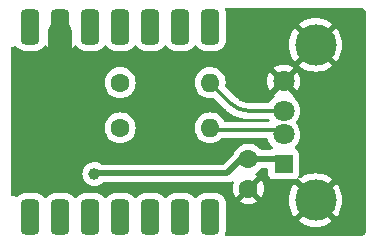
<source format=gtl>
G04 #@! TF.GenerationSoftware,KiCad,Pcbnew,(6.0.11)*
G04 #@! TF.CreationDate,2025-12-09T16:45:55+09:00*
G04 #@! TF.ProjectId,xiao_pio_usb2,7869616f-5f70-4696-9f5f-757362322e6b,rev?*
G04 #@! TF.SameCoordinates,Original*
G04 #@! TF.FileFunction,Copper,L1,Top*
G04 #@! TF.FilePolarity,Positive*
%FSLAX46Y46*%
G04 Gerber Fmt 4.6, Leading zero omitted, Abs format (unit mm)*
G04 Created by KiCad (PCBNEW (6.0.11)) date 2025-12-09 16:45:55*
%MOMM*%
%LPD*%
G01*
G04 APERTURE LIST*
G04 Aperture macros list*
%AMRoundRect*
0 Rectangle with rounded corners*
0 $1 Rounding radius*
0 $2 $3 $4 $5 $6 $7 $8 $9 X,Y pos of 4 corners*
0 Add a 4 corners polygon primitive as box body*
4,1,4,$2,$3,$4,$5,$6,$7,$8,$9,$2,$3,0*
0 Add four circle primitives for the rounded corners*
1,1,$1+$1,$2,$3*
1,1,$1+$1,$4,$5*
1,1,$1+$1,$6,$7*
1,1,$1+$1,$8,$9*
0 Add four rect primitives between the rounded corners*
20,1,$1+$1,$2,$3,$4,$5,0*
20,1,$1+$1,$4,$5,$6,$7,0*
20,1,$1+$1,$6,$7,$8,$9,0*
20,1,$1+$1,$8,$9,$2,$3,0*%
G04 Aperture macros list end*
G04 #@! TA.AperFunction,ComponentPad*
%ADD10O,1.600000X1.600000*%
G04 #@! TD*
G04 #@! TA.AperFunction,ComponentPad*
%ADD11C,1.600000*%
G04 #@! TD*
G04 #@! TA.AperFunction,ComponentPad*
%ADD12RoundRect,0.400000X0.400000X1.100000X-0.400000X1.100000X-0.400000X-1.100000X0.400000X-1.100000X0*%
G04 #@! TD*
G04 #@! TA.AperFunction,ComponentPad*
%ADD13RoundRect,0.400000X-0.400000X-1.100000X0.400000X-1.100000X0.400000X1.100000X-0.400000X1.100000X0*%
G04 #@! TD*
G04 #@! TA.AperFunction,ComponentPad*
%ADD14C,3.500000*%
G04 #@! TD*
G04 #@! TA.AperFunction,ComponentPad*
%ADD15C,1.800000*%
G04 #@! TD*
G04 #@! TA.AperFunction,ComponentPad*
%ADD16R,1.600000X1.600000*%
G04 #@! TD*
G04 #@! TA.AperFunction,ViaPad*
%ADD17C,1.000000*%
G04 #@! TD*
G04 #@! TA.AperFunction,ViaPad*
%ADD18C,0.800000*%
G04 #@! TD*
G04 #@! TA.AperFunction,Conductor*
%ADD19C,0.500000*%
G04 #@! TD*
G04 #@! TA.AperFunction,Conductor*
%ADD20C,2.000000*%
G04 #@! TD*
G04 #@! TA.AperFunction,Conductor*
%ADD21C,0.350000*%
G04 #@! TD*
G04 APERTURE END LIST*
D10*
X106450000Y-65878400D03*
D11*
X98830000Y-65878400D03*
D10*
X106450600Y-69698400D03*
D11*
X98830600Y-69698400D03*
D12*
X91220600Y-61178400D03*
X93760600Y-61178400D03*
X96300600Y-61178400D03*
X98840600Y-61178400D03*
X101380600Y-61178400D03*
X103920600Y-61178400D03*
X106460600Y-61178400D03*
D13*
X106460600Y-77218400D03*
X103920600Y-77218400D03*
X101380600Y-77218400D03*
X98840600Y-77218400D03*
X96300600Y-77218400D03*
X93760600Y-77218400D03*
X91220600Y-77218400D03*
D14*
X115374700Y-75824600D03*
X115374700Y-62684600D03*
D15*
X112664700Y-65754600D03*
X112664700Y-68254600D03*
X112664700Y-70254600D03*
D16*
X112664700Y-72754600D03*
D11*
X109690600Y-74848400D03*
X109690600Y-72348400D03*
D17*
X96640600Y-73608400D03*
D18*
X93760600Y-63318400D03*
D19*
X107890600Y-73568400D02*
X109080600Y-72378400D01*
X96640600Y-73608400D02*
X96680600Y-73568400D01*
X96680600Y-73568400D02*
X107890600Y-73568400D01*
X112258500Y-72348400D02*
X109990600Y-72348400D01*
X112664700Y-72754600D02*
X112258500Y-72348400D01*
D20*
X93760600Y-61578400D02*
X93760600Y-63318400D01*
D21*
X112288500Y-69878400D02*
X106450000Y-69878400D01*
X112664700Y-70254600D02*
X112288500Y-69878400D01*
X112664700Y-68254600D02*
X109654627Y-68254600D01*
X108240413Y-67668813D02*
X106450000Y-65878400D01*
X109654627Y-68254580D02*
G75*
G02*
X108240414Y-67668812I-27J1999980D01*
G01*
G04 #@! TA.AperFunction,Conductor*
G36*
X119126018Y-59528400D02*
G01*
X119140852Y-59530710D01*
X119140855Y-59530710D01*
X119149724Y-59532091D01*
X119158626Y-59530927D01*
X119158750Y-59530911D01*
X119189192Y-59530640D01*
X119202070Y-59532091D01*
X119251264Y-59537634D01*
X119278771Y-59543913D01*
X119355853Y-59570885D01*
X119381274Y-59583127D01*
X119450426Y-59626578D01*
X119472485Y-59644170D01*
X119530230Y-59701915D01*
X119547822Y-59723974D01*
X119591273Y-59793126D01*
X119603515Y-59818547D01*
X119630487Y-59895628D01*
X119636766Y-59923136D01*
X119643018Y-59978626D01*
X119642923Y-59994268D01*
X119643800Y-59994279D01*
X119643690Y-60003251D01*
X119642309Y-60012124D01*
X119643473Y-60021026D01*
X119643473Y-60021028D01*
X119646436Y-60043683D01*
X119647500Y-60060021D01*
X119647500Y-78329033D01*
X119646000Y-78348418D01*
X119642309Y-78372124D01*
X119643473Y-78381026D01*
X119643489Y-78381150D01*
X119643760Y-78411593D01*
X119636766Y-78473664D01*
X119630487Y-78501171D01*
X119603515Y-78578253D01*
X119591273Y-78603674D01*
X119547822Y-78672826D01*
X119530230Y-78694885D01*
X119472485Y-78752630D01*
X119450426Y-78770222D01*
X119381274Y-78813673D01*
X119355853Y-78825915D01*
X119278772Y-78852887D01*
X119251264Y-78859166D01*
X119195774Y-78865418D01*
X119180132Y-78865323D01*
X119180121Y-78866200D01*
X119171149Y-78866090D01*
X119162276Y-78864709D01*
X119153374Y-78865873D01*
X119153372Y-78865873D01*
X119142385Y-78867310D01*
X119130714Y-78868836D01*
X119114379Y-78869900D01*
X107804843Y-78869900D01*
X107736722Y-78849898D01*
X107690229Y-78796242D01*
X107680125Y-78725968D01*
X107692576Y-78686697D01*
X107693520Y-78684845D01*
X107713429Y-78645771D01*
X107730600Y-78581688D01*
X107761363Y-78466881D01*
X107761364Y-78466877D01*
X107762857Y-78461304D01*
X107766668Y-78412879D01*
X107768907Y-78384437D01*
X107768907Y-78384430D01*
X107769100Y-78381981D01*
X107769100Y-77593456D01*
X113971301Y-77593456D01*
X113977759Y-77602816D01*
X113994061Y-77617112D01*
X114000601Y-77622130D01*
X114239844Y-77781987D01*
X114246981Y-77786108D01*
X114505049Y-77913372D01*
X114512653Y-77916522D01*
X114785120Y-78009012D01*
X114793083Y-78011146D01*
X115075300Y-78067283D01*
X115083451Y-78068356D01*
X115370581Y-78087175D01*
X115378819Y-78087175D01*
X115665949Y-78068356D01*
X115674100Y-78067283D01*
X115956317Y-78011146D01*
X115964280Y-78009012D01*
X116236747Y-77916522D01*
X116244351Y-77913372D01*
X116502419Y-77786108D01*
X116509556Y-77781987D01*
X116748799Y-77622130D01*
X116755339Y-77617112D01*
X116769774Y-77604453D01*
X116778172Y-77591214D01*
X116772338Y-77581449D01*
X115387510Y-76196620D01*
X115373569Y-76189008D01*
X115371734Y-76189139D01*
X115365120Y-76193390D01*
X113978816Y-77579695D01*
X113971301Y-77593456D01*
X107769100Y-77593456D01*
X107769099Y-76054820D01*
X107762857Y-75975496D01*
X107751862Y-75934462D01*
X108969093Y-75934462D01*
X108978389Y-75946477D01*
X109029594Y-75982331D01*
X109039089Y-75987814D01*
X109236547Y-76079890D01*
X109246839Y-76083636D01*
X109457288Y-76140025D01*
X109468081Y-76141928D01*
X109685125Y-76160917D01*
X109696075Y-76160917D01*
X109913119Y-76141928D01*
X109923912Y-76140025D01*
X110134361Y-76083636D01*
X110144653Y-76079890D01*
X110342111Y-75987814D01*
X110351606Y-75982331D01*
X110403648Y-75945891D01*
X110412024Y-75935412D01*
X110404956Y-75921966D01*
X110311709Y-75828719D01*
X113112125Y-75828719D01*
X113130944Y-76115849D01*
X113132017Y-76124000D01*
X113188154Y-76406217D01*
X113190288Y-76414180D01*
X113282778Y-76686647D01*
X113285928Y-76694251D01*
X113413192Y-76952318D01*
X113417313Y-76959455D01*
X113577170Y-77198699D01*
X113582188Y-77205239D01*
X113594847Y-77219674D01*
X113608086Y-77228072D01*
X113617851Y-77222238D01*
X115002680Y-75837410D01*
X115009057Y-75825731D01*
X115739108Y-75825731D01*
X115739239Y-75827566D01*
X115743490Y-75834180D01*
X117129795Y-77220484D01*
X117143556Y-77227999D01*
X117152916Y-77221541D01*
X117167212Y-77205239D01*
X117172230Y-77198699D01*
X117332087Y-76959455D01*
X117336208Y-76952318D01*
X117463472Y-76694251D01*
X117466622Y-76686647D01*
X117559112Y-76414180D01*
X117561246Y-76406217D01*
X117617383Y-76124000D01*
X117618456Y-76115849D01*
X117637275Y-75828719D01*
X117637275Y-75820481D01*
X117618456Y-75533351D01*
X117617383Y-75525200D01*
X117561246Y-75242983D01*
X117559112Y-75235020D01*
X117466622Y-74962553D01*
X117463472Y-74954949D01*
X117336208Y-74696882D01*
X117332087Y-74689745D01*
X117172230Y-74450501D01*
X117167212Y-74443961D01*
X117154553Y-74429526D01*
X117141314Y-74421128D01*
X117131549Y-74426962D01*
X115746720Y-75811790D01*
X115739108Y-75825731D01*
X115009057Y-75825731D01*
X115010292Y-75823469D01*
X115010161Y-75821634D01*
X115005910Y-75815020D01*
X113619605Y-74428716D01*
X113605844Y-74421201D01*
X113596484Y-74427659D01*
X113582188Y-74443961D01*
X113577170Y-74450501D01*
X113417313Y-74689745D01*
X113413192Y-74696882D01*
X113285928Y-74954949D01*
X113282778Y-74962553D01*
X113190288Y-75235020D01*
X113188154Y-75242983D01*
X113132017Y-75525200D01*
X113130944Y-75533351D01*
X113112125Y-75820481D01*
X113112125Y-75828719D01*
X110311709Y-75828719D01*
X109703412Y-75220422D01*
X109689468Y-75212808D01*
X109687635Y-75212939D01*
X109681020Y-75217190D01*
X108975523Y-75922687D01*
X108969093Y-75934462D01*
X107751862Y-75934462D01*
X107723528Y-75828719D01*
X107715137Y-75797403D01*
X107715137Y-75797402D01*
X107713429Y-75791029D01*
X107626729Y-75620870D01*
X107622576Y-75615741D01*
X107622573Y-75615737D01*
X107510700Y-75477586D01*
X107506545Y-75472455D01*
X107501414Y-75468300D01*
X107363263Y-75356427D01*
X107363259Y-75356424D01*
X107358130Y-75352271D01*
X107352253Y-75349276D01*
X107352249Y-75349274D01*
X107193851Y-75268567D01*
X107187971Y-75265571D01*
X107181597Y-75263863D01*
X107009081Y-75217637D01*
X107009077Y-75217636D01*
X107003504Y-75216143D01*
X106993775Y-75215377D01*
X106926637Y-75210093D01*
X106926630Y-75210093D01*
X106924181Y-75209900D01*
X106460788Y-75209900D01*
X105997020Y-75209901D01*
X105947653Y-75213786D01*
X105923450Y-75215690D01*
X105923448Y-75215690D01*
X105917696Y-75216143D01*
X105733229Y-75265571D01*
X105727349Y-75268567D01*
X105568951Y-75349274D01*
X105568947Y-75349276D01*
X105563070Y-75352271D01*
X105557941Y-75356424D01*
X105557937Y-75356427D01*
X105419786Y-75468300D01*
X105414655Y-75472455D01*
X105410500Y-75477586D01*
X105298627Y-75615737D01*
X105298624Y-75615741D01*
X105294471Y-75620870D01*
X105294434Y-75620942D01*
X105242392Y-75665602D01*
X105172070Y-75675369D01*
X105107632Y-75645567D01*
X105087438Y-75622261D01*
X105086729Y-75620870D01*
X105082576Y-75615741D01*
X105082573Y-75615737D01*
X104970700Y-75477586D01*
X104966545Y-75472455D01*
X104961414Y-75468300D01*
X104823263Y-75356427D01*
X104823259Y-75356424D01*
X104818130Y-75352271D01*
X104812253Y-75349276D01*
X104812249Y-75349274D01*
X104653851Y-75268567D01*
X104647971Y-75265571D01*
X104641597Y-75263863D01*
X104469081Y-75217637D01*
X104469077Y-75217636D01*
X104463504Y-75216143D01*
X104453775Y-75215377D01*
X104386637Y-75210093D01*
X104386630Y-75210093D01*
X104384181Y-75209900D01*
X103920788Y-75209900D01*
X103457020Y-75209901D01*
X103407653Y-75213786D01*
X103383450Y-75215690D01*
X103383448Y-75215690D01*
X103377696Y-75216143D01*
X103193229Y-75265571D01*
X103187349Y-75268567D01*
X103028951Y-75349274D01*
X103028947Y-75349276D01*
X103023070Y-75352271D01*
X103017941Y-75356424D01*
X103017937Y-75356427D01*
X102879786Y-75468300D01*
X102874655Y-75472455D01*
X102870500Y-75477586D01*
X102758627Y-75615737D01*
X102758624Y-75615741D01*
X102754471Y-75620870D01*
X102754434Y-75620942D01*
X102702392Y-75665602D01*
X102632070Y-75675369D01*
X102567632Y-75645567D01*
X102547438Y-75622261D01*
X102546729Y-75620870D01*
X102542576Y-75615741D01*
X102542573Y-75615737D01*
X102430700Y-75477586D01*
X102426545Y-75472455D01*
X102421414Y-75468300D01*
X102283263Y-75356427D01*
X102283259Y-75356424D01*
X102278130Y-75352271D01*
X102272253Y-75349276D01*
X102272249Y-75349274D01*
X102113851Y-75268567D01*
X102107971Y-75265571D01*
X102101597Y-75263863D01*
X101929081Y-75217637D01*
X101929077Y-75217636D01*
X101923504Y-75216143D01*
X101913775Y-75215377D01*
X101846637Y-75210093D01*
X101846630Y-75210093D01*
X101844181Y-75209900D01*
X101380788Y-75209900D01*
X100917020Y-75209901D01*
X100867653Y-75213786D01*
X100843450Y-75215690D01*
X100843448Y-75215690D01*
X100837696Y-75216143D01*
X100653229Y-75265571D01*
X100647349Y-75268567D01*
X100488951Y-75349274D01*
X100488947Y-75349276D01*
X100483070Y-75352271D01*
X100477941Y-75356424D01*
X100477937Y-75356427D01*
X100339786Y-75468300D01*
X100334655Y-75472455D01*
X100330500Y-75477586D01*
X100218627Y-75615737D01*
X100218624Y-75615741D01*
X100214471Y-75620870D01*
X100214434Y-75620942D01*
X100162392Y-75665602D01*
X100092070Y-75675369D01*
X100027632Y-75645567D01*
X100007438Y-75622261D01*
X100006729Y-75620870D01*
X100002576Y-75615741D01*
X100002573Y-75615737D01*
X99890700Y-75477586D01*
X99886545Y-75472455D01*
X99881414Y-75468300D01*
X99743263Y-75356427D01*
X99743259Y-75356424D01*
X99738130Y-75352271D01*
X99732253Y-75349276D01*
X99732249Y-75349274D01*
X99573851Y-75268567D01*
X99567971Y-75265571D01*
X99561597Y-75263863D01*
X99389081Y-75217637D01*
X99389077Y-75217636D01*
X99383504Y-75216143D01*
X99373775Y-75215377D01*
X99306637Y-75210093D01*
X99306630Y-75210093D01*
X99304181Y-75209900D01*
X98840788Y-75209900D01*
X98377020Y-75209901D01*
X98327653Y-75213786D01*
X98303450Y-75215690D01*
X98303448Y-75215690D01*
X98297696Y-75216143D01*
X98113229Y-75265571D01*
X98107349Y-75268567D01*
X97948951Y-75349274D01*
X97948947Y-75349276D01*
X97943070Y-75352271D01*
X97937941Y-75356424D01*
X97937937Y-75356427D01*
X97799786Y-75468300D01*
X97794655Y-75472455D01*
X97790500Y-75477586D01*
X97678627Y-75615737D01*
X97678624Y-75615741D01*
X97674471Y-75620870D01*
X97674434Y-75620942D01*
X97622392Y-75665602D01*
X97552070Y-75675369D01*
X97487632Y-75645567D01*
X97467438Y-75622261D01*
X97466729Y-75620870D01*
X97462576Y-75615741D01*
X97462573Y-75615737D01*
X97350700Y-75477586D01*
X97346545Y-75472455D01*
X97341414Y-75468300D01*
X97203263Y-75356427D01*
X97203259Y-75356424D01*
X97198130Y-75352271D01*
X97192253Y-75349276D01*
X97192249Y-75349274D01*
X97033851Y-75268567D01*
X97027971Y-75265571D01*
X97021597Y-75263863D01*
X96849081Y-75217637D01*
X96849077Y-75217636D01*
X96843504Y-75216143D01*
X96833775Y-75215377D01*
X96766637Y-75210093D01*
X96766630Y-75210093D01*
X96764181Y-75209900D01*
X96300788Y-75209900D01*
X95837020Y-75209901D01*
X95787653Y-75213786D01*
X95763450Y-75215690D01*
X95763448Y-75215690D01*
X95757696Y-75216143D01*
X95573229Y-75265571D01*
X95567349Y-75268567D01*
X95408951Y-75349274D01*
X95408947Y-75349276D01*
X95403070Y-75352271D01*
X95397941Y-75356424D01*
X95397937Y-75356427D01*
X95259786Y-75468300D01*
X95254655Y-75472455D01*
X95250500Y-75477586D01*
X95138627Y-75615737D01*
X95138624Y-75615741D01*
X95134471Y-75620870D01*
X95134434Y-75620942D01*
X95082392Y-75665602D01*
X95012070Y-75675369D01*
X94947632Y-75645567D01*
X94927438Y-75622261D01*
X94926729Y-75620870D01*
X94922576Y-75615741D01*
X94922573Y-75615737D01*
X94810700Y-75477586D01*
X94806545Y-75472455D01*
X94801414Y-75468300D01*
X94663263Y-75356427D01*
X94663259Y-75356424D01*
X94658130Y-75352271D01*
X94652253Y-75349276D01*
X94652249Y-75349274D01*
X94493851Y-75268567D01*
X94487971Y-75265571D01*
X94481597Y-75263863D01*
X94309081Y-75217637D01*
X94309077Y-75217636D01*
X94303504Y-75216143D01*
X94293775Y-75215377D01*
X94226637Y-75210093D01*
X94226630Y-75210093D01*
X94224181Y-75209900D01*
X93760788Y-75209900D01*
X93297020Y-75209901D01*
X93247653Y-75213786D01*
X93223450Y-75215690D01*
X93223448Y-75215690D01*
X93217696Y-75216143D01*
X93033229Y-75265571D01*
X93027349Y-75268567D01*
X92868951Y-75349274D01*
X92868947Y-75349276D01*
X92863070Y-75352271D01*
X92857941Y-75356424D01*
X92857937Y-75356427D01*
X92719786Y-75468300D01*
X92714655Y-75472455D01*
X92710500Y-75477586D01*
X92598627Y-75615737D01*
X92598624Y-75615741D01*
X92594471Y-75620870D01*
X92594434Y-75620942D01*
X92542392Y-75665602D01*
X92472070Y-75675369D01*
X92407632Y-75645567D01*
X92387438Y-75622261D01*
X92386729Y-75620870D01*
X92382576Y-75615741D01*
X92382573Y-75615737D01*
X92270700Y-75477586D01*
X92266545Y-75472455D01*
X92261414Y-75468300D01*
X92123263Y-75356427D01*
X92123259Y-75356424D01*
X92118130Y-75352271D01*
X92112253Y-75349276D01*
X92112249Y-75349274D01*
X91953851Y-75268567D01*
X91947971Y-75265571D01*
X91941597Y-75263863D01*
X91769081Y-75217637D01*
X91769077Y-75217636D01*
X91763504Y-75216143D01*
X91753775Y-75215377D01*
X91686637Y-75210093D01*
X91686630Y-75210093D01*
X91684181Y-75209900D01*
X91220788Y-75209900D01*
X90757020Y-75209901D01*
X90707653Y-75213786D01*
X90683450Y-75215690D01*
X90683448Y-75215690D01*
X90677696Y-75216143D01*
X90493229Y-75265571D01*
X90487349Y-75268567D01*
X90328951Y-75349274D01*
X90328947Y-75349276D01*
X90323070Y-75352271D01*
X90317941Y-75356424D01*
X90317937Y-75356427D01*
X90179786Y-75468300D01*
X90174655Y-75472455D01*
X90170500Y-75477586D01*
X90140789Y-75514276D01*
X90082375Y-75554628D01*
X90011418Y-75556994D01*
X89967947Y-75531061D01*
X89965522Y-75534188D01*
X89940967Y-75515144D01*
X89940600Y-75508400D01*
X89710971Y-75500871D01*
X89643542Y-75478648D01*
X89598833Y-75423497D01*
X89589100Y-75374939D01*
X89589100Y-73594251D01*
X95627319Y-73594251D01*
X95627835Y-73600395D01*
X95638943Y-73732678D01*
X95643868Y-73791334D01*
X95646727Y-73801305D01*
X95693136Y-73963151D01*
X95698383Y-73981450D01*
X95788787Y-74157356D01*
X95911635Y-74312353D01*
X95916328Y-74316347D01*
X95916329Y-74316348D01*
X96048362Y-74428716D01*
X96062250Y-74440536D01*
X96234894Y-74537024D01*
X96422992Y-74598140D01*
X96619377Y-74621558D01*
X96625512Y-74621086D01*
X96625514Y-74621086D01*
X96810430Y-74606857D01*
X96810434Y-74606856D01*
X96816572Y-74606384D01*
X97007063Y-74553198D01*
X97012567Y-74550418D01*
X97012569Y-74550417D01*
X97178095Y-74466804D01*
X97178097Y-74466803D01*
X97183596Y-74464025D01*
X97324919Y-74353611D01*
X97390914Y-74327433D01*
X97402493Y-74326900D01*
X107823530Y-74326900D01*
X107842480Y-74328333D01*
X107856715Y-74330499D01*
X107856719Y-74330499D01*
X107863949Y-74331599D01*
X107871241Y-74331006D01*
X107871244Y-74331006D01*
X107916618Y-74327315D01*
X107926833Y-74326900D01*
X107934893Y-74326900D01*
X107948183Y-74325351D01*
X107963107Y-74323611D01*
X107967482Y-74323178D01*
X108032939Y-74317854D01*
X108032942Y-74317853D01*
X108040237Y-74317260D01*
X108047201Y-74315004D01*
X108053160Y-74313813D01*
X108059015Y-74312429D01*
X108066281Y-74311582D01*
X108134927Y-74286665D01*
X108139055Y-74285248D01*
X108201536Y-74265007D01*
X108201538Y-74265006D01*
X108208499Y-74262751D01*
X108214754Y-74258955D01*
X108220228Y-74256449D01*
X108225658Y-74253730D01*
X108232537Y-74251233D01*
X108284479Y-74217178D01*
X108352414Y-74196555D01*
X108420714Y-74215935D01*
X108467695Y-74269164D01*
X108478440Y-74339343D01*
X108467758Y-74375801D01*
X108459112Y-74394342D01*
X108455364Y-74404639D01*
X108398975Y-74615088D01*
X108397072Y-74625881D01*
X108378083Y-74842925D01*
X108378083Y-74853875D01*
X108397072Y-75070919D01*
X108398975Y-75081712D01*
X108455364Y-75292161D01*
X108459110Y-75302453D01*
X108551186Y-75499911D01*
X108556669Y-75509406D01*
X108593109Y-75561448D01*
X108603588Y-75569824D01*
X108617034Y-75562756D01*
X109330258Y-74849532D01*
X110055008Y-74849532D01*
X110055139Y-74851365D01*
X110059390Y-74857980D01*
X110764887Y-75563477D01*
X110776662Y-75569907D01*
X110788677Y-75560611D01*
X110824531Y-75509406D01*
X110830014Y-75499911D01*
X110922090Y-75302453D01*
X110925836Y-75292161D01*
X110982225Y-75081712D01*
X110984128Y-75070919D01*
X111003117Y-74853875D01*
X111003117Y-74842925D01*
X110984128Y-74625881D01*
X110982225Y-74615088D01*
X110925836Y-74404639D01*
X110922090Y-74394347D01*
X110830014Y-74196889D01*
X110824531Y-74187394D01*
X110788091Y-74135352D01*
X110777612Y-74126976D01*
X110764166Y-74134044D01*
X110062622Y-74835588D01*
X110055008Y-74849532D01*
X109330258Y-74849532D01*
X110405677Y-73774113D01*
X110412107Y-73762338D01*
X110402811Y-73750323D01*
X110351602Y-73714466D01*
X110340072Y-73707809D01*
X110291079Y-73656427D01*
X110277642Y-73586713D01*
X110304029Y-73520802D01*
X110340072Y-73489571D01*
X110342365Y-73488247D01*
X110347349Y-73485923D01*
X110481719Y-73391836D01*
X110530389Y-73357757D01*
X110530392Y-73357755D01*
X110534900Y-73354598D01*
X110696798Y-73192700D01*
X110719255Y-73160629D01*
X110774710Y-73116301D01*
X110822467Y-73106900D01*
X111230200Y-73106900D01*
X111298321Y-73126902D01*
X111344814Y-73180558D01*
X111356200Y-73232900D01*
X111356200Y-73602734D01*
X111362955Y-73664916D01*
X111414085Y-73801305D01*
X111501439Y-73917861D01*
X111617995Y-74005215D01*
X111754384Y-74056345D01*
X111816566Y-74063100D01*
X113512834Y-74063100D01*
X113575016Y-74056345D01*
X113711405Y-74005215D01*
X113769575Y-73961619D01*
X113836081Y-73936771D01*
X113905464Y-73951824D01*
X113955694Y-74001998D01*
X113969376Y-74054885D01*
X113977062Y-74067751D01*
X115361890Y-75452580D01*
X115375831Y-75460192D01*
X115377666Y-75460061D01*
X115384280Y-75455810D01*
X116770584Y-74069505D01*
X116778099Y-74055744D01*
X116771641Y-74046384D01*
X116755339Y-74032088D01*
X116748799Y-74027070D01*
X116509556Y-73867213D01*
X116502419Y-73863092D01*
X116244351Y-73735828D01*
X116236747Y-73732678D01*
X115964280Y-73640188D01*
X115956317Y-73638054D01*
X115674100Y-73581917D01*
X115665949Y-73580844D01*
X115378819Y-73562025D01*
X115370581Y-73562025D01*
X115083451Y-73580844D01*
X115075300Y-73581917D01*
X114793083Y-73638054D01*
X114785120Y-73640188D01*
X114512653Y-73732678D01*
X114505049Y-73735828D01*
X114246982Y-73863092D01*
X114239848Y-73867211D01*
X114096262Y-73963151D01*
X114028509Y-73984365D01*
X113960042Y-73965582D01*
X113912600Y-73912764D01*
X113901243Y-73842682D01*
X113914114Y-73802907D01*
X113915315Y-73801305D01*
X113966445Y-73664916D01*
X113973200Y-73602734D01*
X113973200Y-71906466D01*
X113966445Y-71844284D01*
X113915315Y-71707895D01*
X113827961Y-71591339D01*
X113711405Y-71503985D01*
X113702996Y-71500833D01*
X113702993Y-71500831D01*
X113673418Y-71489744D01*
X113616653Y-71447104D01*
X113591952Y-71380542D01*
X113607159Y-71311193D01*
X113628706Y-71282511D01*
X113741003Y-71170605D01*
X113876158Y-70982517D01*
X113923341Y-70887050D01*
X113976484Y-70779522D01*
X113976485Y-70779520D01*
X113978778Y-70774880D01*
X114046108Y-70553271D01*
X114076340Y-70323641D01*
X114078027Y-70254600D01*
X114068797Y-70142333D01*
X114059473Y-70028918D01*
X114059472Y-70028912D01*
X114059049Y-70023767D01*
X114002625Y-69799133D01*
X113958825Y-69698400D01*
X113912330Y-69591468D01*
X113912328Y-69591465D01*
X113910270Y-69586731D01*
X113784464Y-69392265D01*
X113738872Y-69342160D01*
X113707820Y-69278315D01*
X113716216Y-69207816D01*
X113736114Y-69175696D01*
X113737341Y-69174254D01*
X113741003Y-69170605D01*
X113876158Y-68982517D01*
X113895559Y-68943263D01*
X113976484Y-68779522D01*
X113976485Y-68779520D01*
X113978778Y-68774880D01*
X114046108Y-68553271D01*
X114076340Y-68323641D01*
X114078027Y-68254600D01*
X114070519Y-68163277D01*
X114059473Y-68028918D01*
X114059472Y-68028912D01*
X114059049Y-68023767D01*
X114002625Y-67799133D01*
X113910270Y-67586731D01*
X113784464Y-67392265D01*
X113628587Y-67220958D01*
X113624536Y-67217759D01*
X113624532Y-67217755D01*
X113472995Y-67098079D01*
X113431932Y-67040162D01*
X113428700Y-66969239D01*
X113451982Y-66921388D01*
X113458196Y-66913473D01*
X113451210Y-66900321D01*
X112677511Y-66126621D01*
X112663568Y-66119008D01*
X112661734Y-66119139D01*
X112655120Y-66123390D01*
X111874880Y-66903631D01*
X111868123Y-66916005D01*
X111876716Y-66927484D01*
X111901527Y-66994004D01*
X111886436Y-67063379D01*
X111851501Y-67103754D01*
X111730490Y-67194612D01*
X111726355Y-67197717D01*
X111566339Y-67365164D01*
X111563425Y-67369436D01*
X111563424Y-67369437D01*
X111463375Y-67516104D01*
X111408464Y-67561107D01*
X111359287Y-67571100D01*
X109707930Y-67571100D01*
X109691485Y-67570022D01*
X109669360Y-67567109D01*
X109669356Y-67567109D01*
X109661828Y-67566118D01*
X109641944Y-67568313D01*
X109619888Y-67568804D01*
X109505816Y-67561329D01*
X109491024Y-67560360D01*
X109474683Y-67558209D01*
X109321989Y-67527838D01*
X109306069Y-67523573D01*
X109158633Y-67473527D01*
X109143414Y-67467223D01*
X109003773Y-67398362D01*
X108989510Y-67390127D01*
X108860052Y-67303628D01*
X108846982Y-67293600D01*
X108755700Y-67213549D01*
X108738820Y-67195525D01*
X108736962Y-67193104D01*
X108732337Y-67187076D01*
X108702315Y-67163024D01*
X108692000Y-67153785D01*
X107774095Y-66235880D01*
X107740069Y-66173568D01*
X107741409Y-66117257D01*
X107741164Y-66117214D01*
X107741448Y-66115603D01*
X107741482Y-66114181D01*
X107742117Y-66111810D01*
X107742118Y-66111806D01*
X107743543Y-66106487D01*
X107763498Y-65878400D01*
X107750098Y-65725238D01*
X111252593Y-65725238D01*
X111265327Y-65946068D01*
X111266761Y-65956270D01*
X111315385Y-66172039D01*
X111318473Y-66181892D01*
X111401686Y-66386820D01*
X111406334Y-66396021D01*
X111494797Y-66540381D01*
X111505253Y-66549842D01*
X111514031Y-66546058D01*
X112292679Y-65767411D01*
X112299056Y-65755732D01*
X113029108Y-65755732D01*
X113029239Y-65757566D01*
X113033490Y-65764180D01*
X113811007Y-66541696D01*
X113823013Y-66548252D01*
X113834752Y-66539284D01*
X113872710Y-66486459D01*
X113878021Y-66477620D01*
X113976018Y-66279337D01*
X113979817Y-66269742D01*
X114044115Y-66058117D01*
X114046294Y-66048036D01*
X114075402Y-65826938D01*
X114075921Y-65820263D01*
X114077444Y-65757964D01*
X114077250Y-65751246D01*
X114058979Y-65529000D01*
X114057296Y-65518838D01*
X114003410Y-65304308D01*
X114000089Y-65294553D01*
X113911893Y-65091718D01*
X113907015Y-65082620D01*
X113833924Y-64969638D01*
X113823238Y-64960435D01*
X113813673Y-64964838D01*
X113036721Y-65741789D01*
X113029108Y-65755732D01*
X112299056Y-65755732D01*
X112300292Y-65753468D01*
X112300161Y-65751634D01*
X112295910Y-65745020D01*
X111518562Y-64967673D01*
X111507030Y-64961376D01*
X111494748Y-64970999D01*
X111439167Y-65052477D01*
X111434079Y-65061433D01*
X111340952Y-65262059D01*
X111337389Y-65271746D01*
X111278281Y-65484880D01*
X111276350Y-65495000D01*
X111252845Y-65714949D01*
X111252593Y-65725238D01*
X107750098Y-65725238D01*
X107743543Y-65650313D01*
X107684284Y-65429157D01*
X107681961Y-65424175D01*
X107589849Y-65226638D01*
X107589846Y-65226633D01*
X107587523Y-65221651D01*
X107456198Y-65034100D01*
X107294300Y-64872202D01*
X107289792Y-64869045D01*
X107289789Y-64869043D01*
X107157655Y-64776522D01*
X107106749Y-64740877D01*
X107101767Y-64738554D01*
X107101762Y-64738551D01*
X106904225Y-64646439D01*
X106904224Y-64646439D01*
X106899243Y-64644116D01*
X106893935Y-64642694D01*
X106893933Y-64642693D01*
X106717102Y-64595311D01*
X111870208Y-64595311D01*
X111876951Y-64607640D01*
X112651889Y-65382579D01*
X112665832Y-65390192D01*
X112667666Y-65390061D01*
X112674280Y-65385810D01*
X113453694Y-64606395D01*
X113460711Y-64593544D01*
X113452937Y-64582874D01*
X113450602Y-64581030D01*
X113442020Y-64575329D01*
X113248378Y-64468433D01*
X113238972Y-64464206D01*
X113208615Y-64453456D01*
X113971301Y-64453456D01*
X113977759Y-64462816D01*
X113994061Y-64477112D01*
X114000601Y-64482130D01*
X114239844Y-64641987D01*
X114246981Y-64646108D01*
X114505049Y-64773372D01*
X114512653Y-64776522D01*
X114785120Y-64869012D01*
X114793083Y-64871146D01*
X115075300Y-64927283D01*
X115083451Y-64928356D01*
X115370581Y-64947175D01*
X115378819Y-64947175D01*
X115665949Y-64928356D01*
X115674100Y-64927283D01*
X115956317Y-64871146D01*
X115964280Y-64869012D01*
X116236747Y-64776522D01*
X116244351Y-64773372D01*
X116502419Y-64646108D01*
X116509556Y-64641987D01*
X116748799Y-64482130D01*
X116755339Y-64477112D01*
X116769774Y-64464453D01*
X116778172Y-64451214D01*
X116772338Y-64441449D01*
X115387510Y-63056620D01*
X115373569Y-63049008D01*
X115371734Y-63049139D01*
X115365120Y-63053390D01*
X113978816Y-64439695D01*
X113971301Y-64453456D01*
X113208615Y-64453456D01*
X113030472Y-64390372D01*
X113020509Y-64387740D01*
X112802747Y-64348950D01*
X112792496Y-64347981D01*
X112571316Y-64345279D01*
X112561032Y-64345999D01*
X112342393Y-64379455D01*
X112332366Y-64381844D01*
X112122126Y-64450561D01*
X112112616Y-64454558D01*
X111916425Y-64556689D01*
X111907707Y-64562178D01*
X111878661Y-64583986D01*
X111870208Y-64595311D01*
X106717102Y-64595311D01*
X106683402Y-64586281D01*
X106683400Y-64586281D01*
X106678087Y-64584857D01*
X106450000Y-64564902D01*
X106221913Y-64584857D01*
X106216600Y-64586281D01*
X106216598Y-64586281D01*
X106006067Y-64642693D01*
X106006065Y-64642694D01*
X106000757Y-64644116D01*
X105995776Y-64646439D01*
X105995775Y-64646439D01*
X105798238Y-64738551D01*
X105798233Y-64738554D01*
X105793251Y-64740877D01*
X105742345Y-64776522D01*
X105610211Y-64869043D01*
X105610208Y-64869045D01*
X105605700Y-64872202D01*
X105443802Y-65034100D01*
X105312477Y-65221651D01*
X105310154Y-65226633D01*
X105310151Y-65226638D01*
X105218039Y-65424175D01*
X105215716Y-65429157D01*
X105156457Y-65650313D01*
X105136502Y-65878400D01*
X105156457Y-66106487D01*
X105157881Y-66111800D01*
X105157881Y-66111802D01*
X105177345Y-66184440D01*
X105215716Y-66327643D01*
X105218039Y-66332624D01*
X105218039Y-66332625D01*
X105310151Y-66530162D01*
X105310154Y-66530167D01*
X105312477Y-66535149D01*
X105443802Y-66722700D01*
X105605700Y-66884598D01*
X105610208Y-66887755D01*
X105610211Y-66887757D01*
X105658241Y-66921388D01*
X105793251Y-67015923D01*
X105798233Y-67018246D01*
X105798238Y-67018249D01*
X105895021Y-67063379D01*
X106000757Y-67112684D01*
X106006065Y-67114106D01*
X106006067Y-67114107D01*
X106216598Y-67170519D01*
X106216600Y-67170519D01*
X106221913Y-67171943D01*
X106450000Y-67191898D01*
X106678087Y-67171943D01*
X106683406Y-67170518D01*
X106683410Y-67170517D01*
X106685781Y-67169882D01*
X106686864Y-67169908D01*
X106688814Y-67169564D01*
X106688883Y-67169956D01*
X106756757Y-67171575D01*
X106807480Y-67202495D01*
X107716411Y-68111426D01*
X107728076Y-68124868D01*
X107740989Y-68142067D01*
X107740993Y-68142072D01*
X107743471Y-68145372D01*
X107746357Y-68148319D01*
X107746362Y-68148325D01*
X107750667Y-68152721D01*
X107753560Y-68155675D01*
X107760076Y-68160784D01*
X107766271Y-68165971D01*
X107978862Y-68355951D01*
X108019666Y-68384902D01*
X108221791Y-68528315D01*
X108221799Y-68528320D01*
X108224677Y-68530362D01*
X108488474Y-68676154D01*
X108491748Y-68677510D01*
X108763661Y-68790137D01*
X108763669Y-68790140D01*
X108766936Y-68791493D01*
X109056561Y-68874929D01*
X109060033Y-68875519D01*
X109060038Y-68875520D01*
X109215808Y-68901984D01*
X109353707Y-68925412D01*
X109471932Y-68932050D01*
X109617782Y-68940239D01*
X109628468Y-68941297D01*
X109630697Y-68941614D01*
X109640217Y-68942969D01*
X109644342Y-68943012D01*
X109647639Y-68943263D01*
X109648144Y-68943454D01*
X109650260Y-68943090D01*
X109650502Y-68943077D01*
X109654636Y-68943120D01*
X109688571Y-68939013D01*
X109703709Y-68938100D01*
X111360970Y-68938100D01*
X111429091Y-68958102D01*
X111468397Y-68998256D01*
X111471339Y-69003056D01*
X111489883Y-69071588D01*
X111468433Y-69139267D01*
X111413797Y-69184604D01*
X111363912Y-69194900D01*
X109657186Y-69194900D01*
X109652146Y-69193420D01*
X109638083Y-69194900D01*
X107739855Y-69194900D01*
X107671734Y-69174898D01*
X107625660Y-69122150D01*
X107610351Y-69089319D01*
X107588123Y-69041651D01*
X107506316Y-68924819D01*
X107459957Y-68858611D01*
X107459955Y-68858608D01*
X107456798Y-68854100D01*
X107294900Y-68692202D01*
X107290392Y-68689045D01*
X107290389Y-68689043D01*
X107212211Y-68634302D01*
X107107349Y-68560877D01*
X107102367Y-68558554D01*
X107102362Y-68558551D01*
X106904825Y-68466439D01*
X106904824Y-68466439D01*
X106899843Y-68464116D01*
X106894535Y-68462694D01*
X106894533Y-68462693D01*
X106684002Y-68406281D01*
X106684000Y-68406281D01*
X106678687Y-68404857D01*
X106450600Y-68384902D01*
X106222513Y-68404857D01*
X106217200Y-68406281D01*
X106217198Y-68406281D01*
X106006667Y-68462693D01*
X106006665Y-68462694D01*
X106001357Y-68464116D01*
X105996376Y-68466439D01*
X105996375Y-68466439D01*
X105798838Y-68558551D01*
X105798833Y-68558554D01*
X105793851Y-68560877D01*
X105688989Y-68634302D01*
X105610811Y-68689043D01*
X105610808Y-68689045D01*
X105606300Y-68692202D01*
X105444402Y-68854100D01*
X105441245Y-68858608D01*
X105441243Y-68858611D01*
X105394884Y-68924819D01*
X105313077Y-69041651D01*
X105310754Y-69046633D01*
X105310751Y-69046638D01*
X105252945Y-69170605D01*
X105216316Y-69249157D01*
X105157057Y-69470313D01*
X105137102Y-69698400D01*
X105157057Y-69926487D01*
X105158481Y-69931800D01*
X105158481Y-69931802D01*
X105184504Y-70028918D01*
X105216316Y-70147643D01*
X105218639Y-70152624D01*
X105218639Y-70152625D01*
X105310751Y-70350162D01*
X105310754Y-70350167D01*
X105313077Y-70355149D01*
X105444402Y-70542700D01*
X105606300Y-70704598D01*
X105610808Y-70707755D01*
X105610811Y-70707757D01*
X105688989Y-70762498D01*
X105793851Y-70835923D01*
X105798833Y-70838246D01*
X105798838Y-70838249D01*
X105923204Y-70896241D01*
X106001357Y-70932684D01*
X106006665Y-70934106D01*
X106006667Y-70934107D01*
X106217198Y-70990519D01*
X106217200Y-70990519D01*
X106222513Y-70991943D01*
X106450600Y-71011898D01*
X106678687Y-70991943D01*
X106684000Y-70990519D01*
X106684002Y-70990519D01*
X106894533Y-70934107D01*
X106894535Y-70934106D01*
X106899843Y-70932684D01*
X106977996Y-70896241D01*
X107102362Y-70838249D01*
X107102367Y-70838246D01*
X107107349Y-70835923D01*
X107212211Y-70762498D01*
X107290389Y-70707757D01*
X107290392Y-70707755D01*
X107294900Y-70704598D01*
X107400693Y-70598805D01*
X107463005Y-70564779D01*
X107489788Y-70561900D01*
X111189288Y-70561900D01*
X111257409Y-70581902D01*
X111303902Y-70635558D01*
X111312204Y-70660192D01*
X111316046Y-70677242D01*
X111317990Y-70682028D01*
X111317991Y-70682033D01*
X111381424Y-70838249D01*
X111403184Y-70891837D01*
X111524201Y-71089319D01*
X111675847Y-71264384D01*
X111689604Y-71275805D01*
X111729239Y-71334706D01*
X111730738Y-71405687D01*
X111693624Y-71466210D01*
X111653350Y-71490731D01*
X111617995Y-71503985D01*
X111575051Y-71536170D01*
X111536949Y-71564726D01*
X111470443Y-71589574D01*
X111461384Y-71589900D01*
X110822467Y-71589900D01*
X110754346Y-71569898D01*
X110719255Y-71536172D01*
X110696798Y-71504100D01*
X110534900Y-71342202D01*
X110530392Y-71339045D01*
X110530389Y-71339043D01*
X110418185Y-71260477D01*
X110347349Y-71210877D01*
X110342367Y-71208554D01*
X110342362Y-71208551D01*
X110144825Y-71116439D01*
X110144824Y-71116439D01*
X110139843Y-71114116D01*
X110134535Y-71112694D01*
X110134533Y-71112693D01*
X109924002Y-71056281D01*
X109924000Y-71056281D01*
X109918687Y-71054857D01*
X109690600Y-71034902D01*
X109462513Y-71054857D01*
X109457200Y-71056281D01*
X109457198Y-71056281D01*
X109246667Y-71112693D01*
X109246665Y-71112694D01*
X109241357Y-71114116D01*
X109236376Y-71116439D01*
X109236375Y-71116439D01*
X109038838Y-71208551D01*
X109038833Y-71208554D01*
X109033851Y-71210877D01*
X108963015Y-71260477D01*
X108850811Y-71339043D01*
X108850808Y-71339045D01*
X108846300Y-71342202D01*
X108684402Y-71504100D01*
X108553077Y-71691651D01*
X108550754Y-71696633D01*
X108550751Y-71696638D01*
X108478240Y-71852140D01*
X108456316Y-71899157D01*
X108453763Y-71908686D01*
X108421152Y-71965167D01*
X107613324Y-72772995D01*
X107551012Y-72807021D01*
X107524229Y-72809900D01*
X97302960Y-72809900D01*
X97234839Y-72789898D01*
X97222645Y-72780985D01*
X97219686Y-72778537D01*
X97207275Y-72768270D01*
X97033301Y-72674202D01*
X96844368Y-72615718D01*
X96838243Y-72615074D01*
X96838242Y-72615074D01*
X96653804Y-72595689D01*
X96653802Y-72595689D01*
X96647675Y-72595045D01*
X96565176Y-72602553D01*
X96456851Y-72612411D01*
X96456848Y-72612412D01*
X96450712Y-72612970D01*
X96444806Y-72614708D01*
X96444802Y-72614709D01*
X96339676Y-72645649D01*
X96260981Y-72668810D01*
X96255523Y-72671663D01*
X96255519Y-72671665D01*
X96164747Y-72719120D01*
X96085710Y-72760440D01*
X95931575Y-72884368D01*
X95804446Y-73035874D01*
X95801479Y-73041272D01*
X95801475Y-73041277D01*
X95765399Y-73106900D01*
X95709167Y-73209187D01*
X95649365Y-73397706D01*
X95648679Y-73403825D01*
X95628165Y-73586713D01*
X95627319Y-73594251D01*
X89589100Y-73594251D01*
X89589100Y-69698400D01*
X97517102Y-69698400D01*
X97537057Y-69926487D01*
X97538481Y-69931800D01*
X97538481Y-69931802D01*
X97564504Y-70028918D01*
X97596316Y-70147643D01*
X97598639Y-70152624D01*
X97598639Y-70152625D01*
X97690751Y-70350162D01*
X97690754Y-70350167D01*
X97693077Y-70355149D01*
X97824402Y-70542700D01*
X97986300Y-70704598D01*
X97990808Y-70707755D01*
X97990811Y-70707757D01*
X98068989Y-70762498D01*
X98173851Y-70835923D01*
X98178833Y-70838246D01*
X98178838Y-70838249D01*
X98303204Y-70896241D01*
X98381357Y-70932684D01*
X98386665Y-70934106D01*
X98386667Y-70934107D01*
X98597198Y-70990519D01*
X98597200Y-70990519D01*
X98602513Y-70991943D01*
X98830600Y-71011898D01*
X99058687Y-70991943D01*
X99064000Y-70990519D01*
X99064002Y-70990519D01*
X99274533Y-70934107D01*
X99274535Y-70934106D01*
X99279843Y-70932684D01*
X99357996Y-70896241D01*
X99482362Y-70838249D01*
X99482367Y-70838246D01*
X99487349Y-70835923D01*
X99592211Y-70762498D01*
X99670389Y-70707757D01*
X99670392Y-70707755D01*
X99674900Y-70704598D01*
X99836798Y-70542700D01*
X99968123Y-70355149D01*
X99970446Y-70350167D01*
X99970449Y-70350162D01*
X100062561Y-70152625D01*
X100062561Y-70152624D01*
X100064884Y-70147643D01*
X100096697Y-70028918D01*
X100122719Y-69931802D01*
X100122719Y-69931800D01*
X100124143Y-69926487D01*
X100144098Y-69698400D01*
X100124143Y-69470313D01*
X100064884Y-69249157D01*
X100028255Y-69170605D01*
X99970449Y-69046638D01*
X99970446Y-69046633D01*
X99968123Y-69041651D01*
X99886316Y-68924819D01*
X99839957Y-68858611D01*
X99839955Y-68858608D01*
X99836798Y-68854100D01*
X99674900Y-68692202D01*
X99670392Y-68689045D01*
X99670389Y-68689043D01*
X99592211Y-68634302D01*
X99487349Y-68560877D01*
X99482367Y-68558554D01*
X99482362Y-68558551D01*
X99284825Y-68466439D01*
X99284824Y-68466439D01*
X99279843Y-68464116D01*
X99274535Y-68462694D01*
X99274533Y-68462693D01*
X99064002Y-68406281D01*
X99064000Y-68406281D01*
X99058687Y-68404857D01*
X98830600Y-68384902D01*
X98602513Y-68404857D01*
X98597200Y-68406281D01*
X98597198Y-68406281D01*
X98386667Y-68462693D01*
X98386665Y-68462694D01*
X98381357Y-68464116D01*
X98376376Y-68466439D01*
X98376375Y-68466439D01*
X98178838Y-68558551D01*
X98178833Y-68558554D01*
X98173851Y-68560877D01*
X98068989Y-68634302D01*
X97990811Y-68689043D01*
X97990808Y-68689045D01*
X97986300Y-68692202D01*
X97824402Y-68854100D01*
X97821245Y-68858608D01*
X97821243Y-68858611D01*
X97774884Y-68924819D01*
X97693077Y-69041651D01*
X97690754Y-69046633D01*
X97690751Y-69046638D01*
X97632945Y-69170605D01*
X97596316Y-69249157D01*
X97537057Y-69470313D01*
X97517102Y-69698400D01*
X89589100Y-69698400D01*
X89589100Y-65878400D01*
X97516502Y-65878400D01*
X97536457Y-66106487D01*
X97537881Y-66111800D01*
X97537881Y-66111802D01*
X97557345Y-66184440D01*
X97595716Y-66327643D01*
X97598039Y-66332624D01*
X97598039Y-66332625D01*
X97690151Y-66530162D01*
X97690154Y-66530167D01*
X97692477Y-66535149D01*
X97823802Y-66722700D01*
X97985700Y-66884598D01*
X97990208Y-66887755D01*
X97990211Y-66887757D01*
X98038241Y-66921388D01*
X98173251Y-67015923D01*
X98178233Y-67018246D01*
X98178238Y-67018249D01*
X98275021Y-67063379D01*
X98380757Y-67112684D01*
X98386065Y-67114106D01*
X98386067Y-67114107D01*
X98596598Y-67170519D01*
X98596600Y-67170519D01*
X98601913Y-67171943D01*
X98830000Y-67191898D01*
X99058087Y-67171943D01*
X99063400Y-67170519D01*
X99063402Y-67170519D01*
X99273933Y-67114107D01*
X99273935Y-67114106D01*
X99279243Y-67112684D01*
X99384979Y-67063379D01*
X99481762Y-67018249D01*
X99481767Y-67018246D01*
X99486749Y-67015923D01*
X99621759Y-66921388D01*
X99669789Y-66887757D01*
X99669792Y-66887755D01*
X99674300Y-66884598D01*
X99836198Y-66722700D01*
X99967523Y-66535149D01*
X99969846Y-66530167D01*
X99969849Y-66530162D01*
X100061961Y-66332625D01*
X100061961Y-66332624D01*
X100064284Y-66327643D01*
X100102656Y-66184440D01*
X100122119Y-66111802D01*
X100122119Y-66111800D01*
X100123543Y-66106487D01*
X100143498Y-65878400D01*
X100123543Y-65650313D01*
X100064284Y-65429157D01*
X100061961Y-65424175D01*
X99969849Y-65226638D01*
X99969846Y-65226633D01*
X99967523Y-65221651D01*
X99836198Y-65034100D01*
X99674300Y-64872202D01*
X99669792Y-64869045D01*
X99669789Y-64869043D01*
X99537655Y-64776522D01*
X99486749Y-64740877D01*
X99481767Y-64738554D01*
X99481762Y-64738551D01*
X99284225Y-64646439D01*
X99284224Y-64646439D01*
X99279243Y-64644116D01*
X99273935Y-64642694D01*
X99273933Y-64642693D01*
X99063402Y-64586281D01*
X99063400Y-64586281D01*
X99058087Y-64584857D01*
X98830000Y-64564902D01*
X98601913Y-64584857D01*
X98596600Y-64586281D01*
X98596598Y-64586281D01*
X98386067Y-64642693D01*
X98386065Y-64642694D01*
X98380757Y-64644116D01*
X98375776Y-64646439D01*
X98375775Y-64646439D01*
X98178238Y-64738551D01*
X98178233Y-64738554D01*
X98173251Y-64740877D01*
X98122345Y-64776522D01*
X97990211Y-64869043D01*
X97990208Y-64869045D01*
X97985700Y-64872202D01*
X97823802Y-65034100D01*
X97692477Y-65221651D01*
X97690154Y-65226633D01*
X97690151Y-65226638D01*
X97598039Y-65424175D01*
X97595716Y-65429157D01*
X97536457Y-65650313D01*
X97516502Y-65878400D01*
X89589100Y-65878400D01*
X89589100Y-62949023D01*
X89609102Y-62880902D01*
X89662758Y-62834409D01*
X89708886Y-62823176D01*
X90014089Y-62808105D01*
X90083113Y-62824723D01*
X90118223Y-62854657D01*
X90174655Y-62924345D01*
X90179786Y-62928500D01*
X90317937Y-63040373D01*
X90317941Y-63040376D01*
X90323070Y-63044529D01*
X90328947Y-63047524D01*
X90328951Y-63047526D01*
X90486430Y-63127765D01*
X90493229Y-63131229D01*
X90499602Y-63132937D01*
X90499603Y-63132937D01*
X90672119Y-63179163D01*
X90672123Y-63179164D01*
X90677696Y-63180657D01*
X90683452Y-63181110D01*
X90754563Y-63186707D01*
X90754570Y-63186707D01*
X90757019Y-63186900D01*
X91220412Y-63186900D01*
X91684180Y-63186899D01*
X91733547Y-63183014D01*
X91757750Y-63181110D01*
X91757752Y-63181110D01*
X91763504Y-63180657D01*
X91947971Y-63131229D01*
X91954770Y-63127765D01*
X92112249Y-63047526D01*
X92112253Y-63047524D01*
X92118130Y-63044529D01*
X92123259Y-63040376D01*
X92123263Y-63040373D01*
X92261414Y-62928500D01*
X92266545Y-62924345D01*
X92386729Y-62775930D01*
X92386950Y-62775496D01*
X92439104Y-62730738D01*
X92509425Y-62720969D01*
X92573864Y-62750770D01*
X92596569Y-62776972D01*
X92599048Y-62780790D01*
X92710855Y-62918859D01*
X92720141Y-62928145D01*
X92858210Y-63039952D01*
X92869225Y-63047105D01*
X93027530Y-63127765D01*
X93039783Y-63132469D01*
X93212197Y-63178667D01*
X93223531Y-63180614D01*
X93294590Y-63186207D01*
X93299515Y-63186400D01*
X93488485Y-63186400D01*
X93503724Y-63181925D01*
X93504929Y-63180535D01*
X93506600Y-63172852D01*
X93506600Y-61050400D01*
X93526602Y-60982279D01*
X93580258Y-60935786D01*
X93632600Y-60924400D01*
X93888600Y-60924400D01*
X93956721Y-60944402D01*
X94003214Y-60998058D01*
X94014600Y-61050400D01*
X94014600Y-63168285D01*
X94019075Y-63183524D01*
X94020465Y-63184729D01*
X94028148Y-63186400D01*
X94221685Y-63186400D01*
X94226610Y-63186207D01*
X94297669Y-63180614D01*
X94309003Y-63178667D01*
X94481417Y-63132469D01*
X94493670Y-63127765D01*
X94651975Y-63047105D01*
X94662990Y-63039952D01*
X94801059Y-62928145D01*
X94810345Y-62918859D01*
X94922152Y-62780790D01*
X94924631Y-62776972D01*
X94978508Y-62730737D01*
X95048830Y-62720970D01*
X95113269Y-62750772D01*
X95133619Y-62774259D01*
X95134471Y-62775930D01*
X95254655Y-62924345D01*
X95259786Y-62928500D01*
X95397937Y-63040373D01*
X95397941Y-63040376D01*
X95403070Y-63044529D01*
X95408947Y-63047524D01*
X95408951Y-63047526D01*
X95566430Y-63127765D01*
X95573229Y-63131229D01*
X95579602Y-63132937D01*
X95579603Y-63132937D01*
X95752119Y-63179163D01*
X95752123Y-63179164D01*
X95757696Y-63180657D01*
X95763452Y-63181110D01*
X95834563Y-63186707D01*
X95834570Y-63186707D01*
X95837019Y-63186900D01*
X96300412Y-63186900D01*
X96764180Y-63186899D01*
X96813547Y-63183014D01*
X96837750Y-63181110D01*
X96837752Y-63181110D01*
X96843504Y-63180657D01*
X97027971Y-63131229D01*
X97034770Y-63127765D01*
X97192249Y-63047526D01*
X97192253Y-63047524D01*
X97198130Y-63044529D01*
X97203259Y-63040376D01*
X97203263Y-63040373D01*
X97341414Y-62928500D01*
X97346545Y-62924345D01*
X97350987Y-62918859D01*
X97462573Y-62781063D01*
X97462576Y-62781059D01*
X97466729Y-62775930D01*
X97466766Y-62775858D01*
X97518808Y-62731198D01*
X97589130Y-62721431D01*
X97653568Y-62751233D01*
X97673762Y-62774539D01*
X97674471Y-62775930D01*
X97678624Y-62781059D01*
X97678627Y-62781063D01*
X97790213Y-62918859D01*
X97794655Y-62924345D01*
X97799786Y-62928500D01*
X97937937Y-63040373D01*
X97937941Y-63040376D01*
X97943070Y-63044529D01*
X97948947Y-63047524D01*
X97948951Y-63047526D01*
X98106430Y-63127765D01*
X98113229Y-63131229D01*
X98119602Y-63132937D01*
X98119603Y-63132937D01*
X98292119Y-63179163D01*
X98292123Y-63179164D01*
X98297696Y-63180657D01*
X98303452Y-63181110D01*
X98374563Y-63186707D01*
X98374570Y-63186707D01*
X98377019Y-63186900D01*
X98840412Y-63186900D01*
X99304180Y-63186899D01*
X99353547Y-63183014D01*
X99377750Y-63181110D01*
X99377752Y-63181110D01*
X99383504Y-63180657D01*
X99567971Y-63131229D01*
X99574770Y-63127765D01*
X99732249Y-63047526D01*
X99732253Y-63047524D01*
X99738130Y-63044529D01*
X99743259Y-63040376D01*
X99743263Y-63040373D01*
X99881414Y-62928500D01*
X99886545Y-62924345D01*
X99890987Y-62918859D01*
X100002573Y-62781063D01*
X100002576Y-62781059D01*
X100006729Y-62775930D01*
X100006766Y-62775858D01*
X100058808Y-62731198D01*
X100129130Y-62721431D01*
X100193568Y-62751233D01*
X100213762Y-62774539D01*
X100214471Y-62775930D01*
X100218624Y-62781059D01*
X100218627Y-62781063D01*
X100330213Y-62918859D01*
X100334655Y-62924345D01*
X100339786Y-62928500D01*
X100477937Y-63040373D01*
X100477941Y-63040376D01*
X100483070Y-63044529D01*
X100488947Y-63047524D01*
X100488951Y-63047526D01*
X100646430Y-63127765D01*
X100653229Y-63131229D01*
X100659602Y-63132937D01*
X100659603Y-63132937D01*
X100832119Y-63179163D01*
X100832123Y-63179164D01*
X100837696Y-63180657D01*
X100843452Y-63181110D01*
X100914563Y-63186707D01*
X100914570Y-63186707D01*
X100917019Y-63186900D01*
X101380412Y-63186900D01*
X101844180Y-63186899D01*
X101893547Y-63183014D01*
X101917750Y-63181110D01*
X101917752Y-63181110D01*
X101923504Y-63180657D01*
X102107971Y-63131229D01*
X102114770Y-63127765D01*
X102272249Y-63047526D01*
X102272253Y-63047524D01*
X102278130Y-63044529D01*
X102283259Y-63040376D01*
X102283263Y-63040373D01*
X102421414Y-62928500D01*
X102426545Y-62924345D01*
X102430987Y-62918859D01*
X102542573Y-62781063D01*
X102542576Y-62781059D01*
X102546729Y-62775930D01*
X102546766Y-62775858D01*
X102598808Y-62731198D01*
X102669130Y-62721431D01*
X102733568Y-62751233D01*
X102753762Y-62774539D01*
X102754471Y-62775930D01*
X102758624Y-62781059D01*
X102758627Y-62781063D01*
X102870213Y-62918859D01*
X102874655Y-62924345D01*
X102879786Y-62928500D01*
X103017937Y-63040373D01*
X103017941Y-63040376D01*
X103023070Y-63044529D01*
X103028947Y-63047524D01*
X103028951Y-63047526D01*
X103186430Y-63127765D01*
X103193229Y-63131229D01*
X103199602Y-63132937D01*
X103199603Y-63132937D01*
X103372119Y-63179163D01*
X103372123Y-63179164D01*
X103377696Y-63180657D01*
X103383452Y-63181110D01*
X103454563Y-63186707D01*
X103454570Y-63186707D01*
X103457019Y-63186900D01*
X103920412Y-63186900D01*
X104384180Y-63186899D01*
X104433547Y-63183014D01*
X104457750Y-63181110D01*
X104457752Y-63181110D01*
X104463504Y-63180657D01*
X104647971Y-63131229D01*
X104654770Y-63127765D01*
X104812249Y-63047526D01*
X104812253Y-63047524D01*
X104818130Y-63044529D01*
X104823259Y-63040376D01*
X104823263Y-63040373D01*
X104961414Y-62928500D01*
X104966545Y-62924345D01*
X104970987Y-62918859D01*
X105082573Y-62781063D01*
X105082576Y-62781059D01*
X105086729Y-62775930D01*
X105086766Y-62775858D01*
X105138808Y-62731198D01*
X105209130Y-62721431D01*
X105273568Y-62751233D01*
X105293762Y-62774539D01*
X105294471Y-62775930D01*
X105298624Y-62781059D01*
X105298627Y-62781063D01*
X105410213Y-62918859D01*
X105414655Y-62924345D01*
X105419786Y-62928500D01*
X105557937Y-63040373D01*
X105557941Y-63040376D01*
X105563070Y-63044529D01*
X105568947Y-63047524D01*
X105568951Y-63047526D01*
X105726430Y-63127765D01*
X105733229Y-63131229D01*
X105739602Y-63132937D01*
X105739603Y-63132937D01*
X105912119Y-63179163D01*
X105912123Y-63179164D01*
X105917696Y-63180657D01*
X105923452Y-63181110D01*
X105994563Y-63186707D01*
X105994570Y-63186707D01*
X105997019Y-63186900D01*
X106460412Y-63186900D01*
X106924180Y-63186899D01*
X106973547Y-63183014D01*
X106997750Y-63181110D01*
X106997752Y-63181110D01*
X107003504Y-63180657D01*
X107187971Y-63131229D01*
X107194770Y-63127765D01*
X107352249Y-63047526D01*
X107352253Y-63047524D01*
X107358130Y-63044529D01*
X107363259Y-63040376D01*
X107363263Y-63040373D01*
X107501414Y-62928500D01*
X107506545Y-62924345D01*
X107510987Y-62918859D01*
X107622573Y-62781063D01*
X107622576Y-62781059D01*
X107626729Y-62775930D01*
X107649756Y-62730738D01*
X107671165Y-62688719D01*
X113112125Y-62688719D01*
X113130944Y-62975849D01*
X113132017Y-62984000D01*
X113188154Y-63266217D01*
X113190288Y-63274180D01*
X113282778Y-63546647D01*
X113285928Y-63554251D01*
X113413192Y-63812318D01*
X113417313Y-63819455D01*
X113577170Y-64058699D01*
X113582188Y-64065239D01*
X113594847Y-64079674D01*
X113608086Y-64088072D01*
X113617851Y-64082238D01*
X115002680Y-62697410D01*
X115009057Y-62685731D01*
X115739108Y-62685731D01*
X115739239Y-62687566D01*
X115743490Y-62694180D01*
X117129795Y-64080484D01*
X117143556Y-64087999D01*
X117152916Y-64081541D01*
X117167212Y-64065239D01*
X117172230Y-64058699D01*
X117332087Y-63819455D01*
X117336208Y-63812318D01*
X117463472Y-63554251D01*
X117466622Y-63546647D01*
X117559112Y-63274180D01*
X117561246Y-63266217D01*
X117617383Y-62984000D01*
X117618456Y-62975849D01*
X117637275Y-62688719D01*
X117637275Y-62680481D01*
X117618456Y-62393351D01*
X117617383Y-62385200D01*
X117561246Y-62102983D01*
X117559112Y-62095020D01*
X117466622Y-61822553D01*
X117463472Y-61814949D01*
X117336208Y-61556882D01*
X117332087Y-61549745D01*
X117172230Y-61310501D01*
X117167212Y-61303961D01*
X117154553Y-61289526D01*
X117141314Y-61281128D01*
X117131549Y-61286962D01*
X115746720Y-62671790D01*
X115739108Y-62685731D01*
X115009057Y-62685731D01*
X115010292Y-62683469D01*
X115010161Y-62681634D01*
X115005910Y-62675020D01*
X113619605Y-61288716D01*
X113605844Y-61281201D01*
X113596484Y-61287659D01*
X113582188Y-61303961D01*
X113577170Y-61310501D01*
X113417313Y-61549745D01*
X113413192Y-61556882D01*
X113285928Y-61814949D01*
X113282778Y-61822553D01*
X113190288Y-62095020D01*
X113188154Y-62102983D01*
X113132017Y-62385200D01*
X113130944Y-62393351D01*
X113112125Y-62680481D01*
X113112125Y-62688719D01*
X107671165Y-62688719D01*
X107710433Y-62611651D01*
X107713429Y-62605771D01*
X107762857Y-62421304D01*
X107769100Y-62341981D01*
X107769099Y-60917986D01*
X113971228Y-60917986D01*
X113977062Y-60927751D01*
X115361890Y-62312580D01*
X115375831Y-62320192D01*
X115377666Y-62320061D01*
X115384280Y-62315810D01*
X116770584Y-60929505D01*
X116778099Y-60915744D01*
X116771641Y-60906384D01*
X116755339Y-60892088D01*
X116748799Y-60887070D01*
X116509556Y-60727213D01*
X116502419Y-60723092D01*
X116244351Y-60595828D01*
X116236747Y-60592678D01*
X115964280Y-60500188D01*
X115956317Y-60498054D01*
X115674100Y-60441917D01*
X115665949Y-60440844D01*
X115378819Y-60422025D01*
X115370581Y-60422025D01*
X115083451Y-60440844D01*
X115075300Y-60441917D01*
X114793083Y-60498054D01*
X114785120Y-60500188D01*
X114512653Y-60592678D01*
X114505049Y-60595828D01*
X114246982Y-60723092D01*
X114239845Y-60727213D01*
X114000601Y-60887070D01*
X113994061Y-60892088D01*
X113979626Y-60904747D01*
X113971228Y-60917986D01*
X107769099Y-60917986D01*
X107769099Y-60014820D01*
X107762857Y-59935496D01*
X107713429Y-59751029D01*
X107692576Y-59710102D01*
X107679472Y-59640326D01*
X107706172Y-59574542D01*
X107764199Y-59533635D01*
X107804843Y-59526900D01*
X119106633Y-59526900D01*
X119126018Y-59528400D01*
G37*
G04 #@! TD.AperFunction*
M02*

</source>
